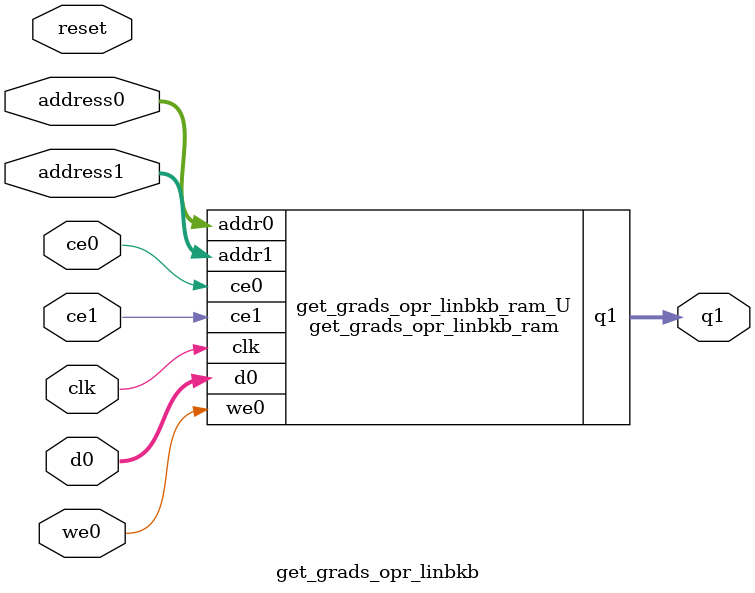
<source format=v>

`timescale 1 ns / 1 ps
module get_grads_opr_linbkb_ram (addr0, ce0, d0, we0, addr1, ce1, q1,  clk);

parameter DWIDTH = 8;
parameter AWIDTH = 10;
parameter MEM_SIZE = 640;

input[AWIDTH-1:0] addr0;
input ce0;
input[DWIDTH-1:0] d0;
input we0;
input[AWIDTH-1:0] addr1;
input ce1;
output reg[DWIDTH-1:0] q1;
input clk;

(* ram_style = "block" *)reg [DWIDTH-1:0] ram[0:MEM_SIZE-1];




always @(posedge clk)  
begin 
    if (ce0) 
    begin
        if (we0) 
        begin 
            ram[addr0] <= d0; 
        end 
    end
end


always @(posedge clk)  
begin 
    if (ce1) 
    begin
            q1 <= ram[addr1];
    end
end


endmodule


`timescale 1 ns / 1 ps
module get_grads_opr_linbkb(
    reset,
    clk,
    address0,
    ce0,
    we0,
    d0,
    address1,
    ce1,
    q1);

parameter DataWidth = 32'd8;
parameter AddressRange = 32'd640;
parameter AddressWidth = 32'd10;
input reset;
input clk;
input[AddressWidth - 1:0] address0;
input ce0;
input we0;
input[DataWidth - 1:0] d0;
input[AddressWidth - 1:0] address1;
input ce1;
output[DataWidth - 1:0] q1;



get_grads_opr_linbkb_ram get_grads_opr_linbkb_ram_U(
    .clk( clk ),
    .addr0( address0 ),
    .ce0( ce0 ),
    .d0( d0 ),
    .we0( we0 ),
    .addr1( address1 ),
    .ce1( ce1 ),
    .q1( q1 ));

endmodule


</source>
